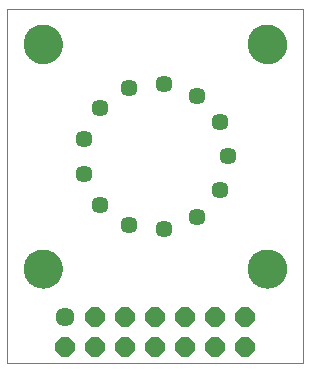
<source format=gts>
G75*
%MOIN*%
%OFA0B0*%
%FSLAX25Y25*%
%IPPOS*%
%LPD*%
%AMOC8*
5,1,8,0,0,1.08239X$1,22.5*
%
%ADD10C,0.00000*%
%ADD11C,0.12998*%
%ADD12C,0.05707*%
%ADD13C,0.06337*%
%ADD14OC8,0.06337*%
D10*
X0001000Y0010264D02*
X0001000Y0128374D01*
X0099425Y0128374D01*
X0099425Y0010264D01*
X0001000Y0010264D01*
X0006512Y0041760D02*
X0006514Y0041918D01*
X0006520Y0042076D01*
X0006530Y0042234D01*
X0006544Y0042392D01*
X0006562Y0042549D01*
X0006583Y0042706D01*
X0006609Y0042862D01*
X0006639Y0043018D01*
X0006672Y0043173D01*
X0006710Y0043326D01*
X0006751Y0043479D01*
X0006796Y0043631D01*
X0006845Y0043782D01*
X0006898Y0043931D01*
X0006954Y0044079D01*
X0007014Y0044225D01*
X0007078Y0044370D01*
X0007146Y0044513D01*
X0007217Y0044655D01*
X0007291Y0044795D01*
X0007369Y0044932D01*
X0007451Y0045068D01*
X0007535Y0045202D01*
X0007624Y0045333D01*
X0007715Y0045462D01*
X0007810Y0045589D01*
X0007907Y0045714D01*
X0008008Y0045836D01*
X0008112Y0045955D01*
X0008219Y0046072D01*
X0008329Y0046186D01*
X0008442Y0046297D01*
X0008557Y0046406D01*
X0008675Y0046511D01*
X0008796Y0046613D01*
X0008919Y0046713D01*
X0009045Y0046809D01*
X0009173Y0046902D01*
X0009303Y0046992D01*
X0009436Y0047078D01*
X0009571Y0047162D01*
X0009707Y0047241D01*
X0009846Y0047318D01*
X0009987Y0047390D01*
X0010129Y0047460D01*
X0010273Y0047525D01*
X0010419Y0047587D01*
X0010566Y0047645D01*
X0010715Y0047700D01*
X0010865Y0047751D01*
X0011016Y0047798D01*
X0011168Y0047841D01*
X0011321Y0047880D01*
X0011476Y0047916D01*
X0011631Y0047947D01*
X0011787Y0047975D01*
X0011943Y0047999D01*
X0012100Y0048019D01*
X0012258Y0048035D01*
X0012415Y0048047D01*
X0012574Y0048055D01*
X0012732Y0048059D01*
X0012890Y0048059D01*
X0013048Y0048055D01*
X0013207Y0048047D01*
X0013364Y0048035D01*
X0013522Y0048019D01*
X0013679Y0047999D01*
X0013835Y0047975D01*
X0013991Y0047947D01*
X0014146Y0047916D01*
X0014301Y0047880D01*
X0014454Y0047841D01*
X0014606Y0047798D01*
X0014757Y0047751D01*
X0014907Y0047700D01*
X0015056Y0047645D01*
X0015203Y0047587D01*
X0015349Y0047525D01*
X0015493Y0047460D01*
X0015635Y0047390D01*
X0015776Y0047318D01*
X0015915Y0047241D01*
X0016051Y0047162D01*
X0016186Y0047078D01*
X0016319Y0046992D01*
X0016449Y0046902D01*
X0016577Y0046809D01*
X0016703Y0046713D01*
X0016826Y0046613D01*
X0016947Y0046511D01*
X0017065Y0046406D01*
X0017180Y0046297D01*
X0017293Y0046186D01*
X0017403Y0046072D01*
X0017510Y0045955D01*
X0017614Y0045836D01*
X0017715Y0045714D01*
X0017812Y0045589D01*
X0017907Y0045462D01*
X0017998Y0045333D01*
X0018087Y0045202D01*
X0018171Y0045068D01*
X0018253Y0044932D01*
X0018331Y0044795D01*
X0018405Y0044655D01*
X0018476Y0044513D01*
X0018544Y0044370D01*
X0018608Y0044225D01*
X0018668Y0044079D01*
X0018724Y0043931D01*
X0018777Y0043782D01*
X0018826Y0043631D01*
X0018871Y0043479D01*
X0018912Y0043326D01*
X0018950Y0043173D01*
X0018983Y0043018D01*
X0019013Y0042862D01*
X0019039Y0042706D01*
X0019060Y0042549D01*
X0019078Y0042392D01*
X0019092Y0042234D01*
X0019102Y0042076D01*
X0019108Y0041918D01*
X0019110Y0041760D01*
X0019108Y0041602D01*
X0019102Y0041444D01*
X0019092Y0041286D01*
X0019078Y0041128D01*
X0019060Y0040971D01*
X0019039Y0040814D01*
X0019013Y0040658D01*
X0018983Y0040502D01*
X0018950Y0040347D01*
X0018912Y0040194D01*
X0018871Y0040041D01*
X0018826Y0039889D01*
X0018777Y0039738D01*
X0018724Y0039589D01*
X0018668Y0039441D01*
X0018608Y0039295D01*
X0018544Y0039150D01*
X0018476Y0039007D01*
X0018405Y0038865D01*
X0018331Y0038725D01*
X0018253Y0038588D01*
X0018171Y0038452D01*
X0018087Y0038318D01*
X0017998Y0038187D01*
X0017907Y0038058D01*
X0017812Y0037931D01*
X0017715Y0037806D01*
X0017614Y0037684D01*
X0017510Y0037565D01*
X0017403Y0037448D01*
X0017293Y0037334D01*
X0017180Y0037223D01*
X0017065Y0037114D01*
X0016947Y0037009D01*
X0016826Y0036907D01*
X0016703Y0036807D01*
X0016577Y0036711D01*
X0016449Y0036618D01*
X0016319Y0036528D01*
X0016186Y0036442D01*
X0016051Y0036358D01*
X0015915Y0036279D01*
X0015776Y0036202D01*
X0015635Y0036130D01*
X0015493Y0036060D01*
X0015349Y0035995D01*
X0015203Y0035933D01*
X0015056Y0035875D01*
X0014907Y0035820D01*
X0014757Y0035769D01*
X0014606Y0035722D01*
X0014454Y0035679D01*
X0014301Y0035640D01*
X0014146Y0035604D01*
X0013991Y0035573D01*
X0013835Y0035545D01*
X0013679Y0035521D01*
X0013522Y0035501D01*
X0013364Y0035485D01*
X0013207Y0035473D01*
X0013048Y0035465D01*
X0012890Y0035461D01*
X0012732Y0035461D01*
X0012574Y0035465D01*
X0012415Y0035473D01*
X0012258Y0035485D01*
X0012100Y0035501D01*
X0011943Y0035521D01*
X0011787Y0035545D01*
X0011631Y0035573D01*
X0011476Y0035604D01*
X0011321Y0035640D01*
X0011168Y0035679D01*
X0011016Y0035722D01*
X0010865Y0035769D01*
X0010715Y0035820D01*
X0010566Y0035875D01*
X0010419Y0035933D01*
X0010273Y0035995D01*
X0010129Y0036060D01*
X0009987Y0036130D01*
X0009846Y0036202D01*
X0009707Y0036279D01*
X0009571Y0036358D01*
X0009436Y0036442D01*
X0009303Y0036528D01*
X0009173Y0036618D01*
X0009045Y0036711D01*
X0008919Y0036807D01*
X0008796Y0036907D01*
X0008675Y0037009D01*
X0008557Y0037114D01*
X0008442Y0037223D01*
X0008329Y0037334D01*
X0008219Y0037448D01*
X0008112Y0037565D01*
X0008008Y0037684D01*
X0007907Y0037806D01*
X0007810Y0037931D01*
X0007715Y0038058D01*
X0007624Y0038187D01*
X0007535Y0038318D01*
X0007451Y0038452D01*
X0007369Y0038588D01*
X0007291Y0038725D01*
X0007217Y0038865D01*
X0007146Y0039007D01*
X0007078Y0039150D01*
X0007014Y0039295D01*
X0006954Y0039441D01*
X0006898Y0039589D01*
X0006845Y0039738D01*
X0006796Y0039889D01*
X0006751Y0040041D01*
X0006710Y0040194D01*
X0006672Y0040347D01*
X0006639Y0040502D01*
X0006609Y0040658D01*
X0006583Y0040814D01*
X0006562Y0040971D01*
X0006544Y0041128D01*
X0006530Y0041286D01*
X0006520Y0041444D01*
X0006514Y0041602D01*
X0006512Y0041760D01*
X0006512Y0116563D02*
X0006514Y0116721D01*
X0006520Y0116879D01*
X0006530Y0117037D01*
X0006544Y0117195D01*
X0006562Y0117352D01*
X0006583Y0117509D01*
X0006609Y0117665D01*
X0006639Y0117821D01*
X0006672Y0117976D01*
X0006710Y0118129D01*
X0006751Y0118282D01*
X0006796Y0118434D01*
X0006845Y0118585D01*
X0006898Y0118734D01*
X0006954Y0118882D01*
X0007014Y0119028D01*
X0007078Y0119173D01*
X0007146Y0119316D01*
X0007217Y0119458D01*
X0007291Y0119598D01*
X0007369Y0119735D01*
X0007451Y0119871D01*
X0007535Y0120005D01*
X0007624Y0120136D01*
X0007715Y0120265D01*
X0007810Y0120392D01*
X0007907Y0120517D01*
X0008008Y0120639D01*
X0008112Y0120758D01*
X0008219Y0120875D01*
X0008329Y0120989D01*
X0008442Y0121100D01*
X0008557Y0121209D01*
X0008675Y0121314D01*
X0008796Y0121416D01*
X0008919Y0121516D01*
X0009045Y0121612D01*
X0009173Y0121705D01*
X0009303Y0121795D01*
X0009436Y0121881D01*
X0009571Y0121965D01*
X0009707Y0122044D01*
X0009846Y0122121D01*
X0009987Y0122193D01*
X0010129Y0122263D01*
X0010273Y0122328D01*
X0010419Y0122390D01*
X0010566Y0122448D01*
X0010715Y0122503D01*
X0010865Y0122554D01*
X0011016Y0122601D01*
X0011168Y0122644D01*
X0011321Y0122683D01*
X0011476Y0122719D01*
X0011631Y0122750D01*
X0011787Y0122778D01*
X0011943Y0122802D01*
X0012100Y0122822D01*
X0012258Y0122838D01*
X0012415Y0122850D01*
X0012574Y0122858D01*
X0012732Y0122862D01*
X0012890Y0122862D01*
X0013048Y0122858D01*
X0013207Y0122850D01*
X0013364Y0122838D01*
X0013522Y0122822D01*
X0013679Y0122802D01*
X0013835Y0122778D01*
X0013991Y0122750D01*
X0014146Y0122719D01*
X0014301Y0122683D01*
X0014454Y0122644D01*
X0014606Y0122601D01*
X0014757Y0122554D01*
X0014907Y0122503D01*
X0015056Y0122448D01*
X0015203Y0122390D01*
X0015349Y0122328D01*
X0015493Y0122263D01*
X0015635Y0122193D01*
X0015776Y0122121D01*
X0015915Y0122044D01*
X0016051Y0121965D01*
X0016186Y0121881D01*
X0016319Y0121795D01*
X0016449Y0121705D01*
X0016577Y0121612D01*
X0016703Y0121516D01*
X0016826Y0121416D01*
X0016947Y0121314D01*
X0017065Y0121209D01*
X0017180Y0121100D01*
X0017293Y0120989D01*
X0017403Y0120875D01*
X0017510Y0120758D01*
X0017614Y0120639D01*
X0017715Y0120517D01*
X0017812Y0120392D01*
X0017907Y0120265D01*
X0017998Y0120136D01*
X0018087Y0120005D01*
X0018171Y0119871D01*
X0018253Y0119735D01*
X0018331Y0119598D01*
X0018405Y0119458D01*
X0018476Y0119316D01*
X0018544Y0119173D01*
X0018608Y0119028D01*
X0018668Y0118882D01*
X0018724Y0118734D01*
X0018777Y0118585D01*
X0018826Y0118434D01*
X0018871Y0118282D01*
X0018912Y0118129D01*
X0018950Y0117976D01*
X0018983Y0117821D01*
X0019013Y0117665D01*
X0019039Y0117509D01*
X0019060Y0117352D01*
X0019078Y0117195D01*
X0019092Y0117037D01*
X0019102Y0116879D01*
X0019108Y0116721D01*
X0019110Y0116563D01*
X0019108Y0116405D01*
X0019102Y0116247D01*
X0019092Y0116089D01*
X0019078Y0115931D01*
X0019060Y0115774D01*
X0019039Y0115617D01*
X0019013Y0115461D01*
X0018983Y0115305D01*
X0018950Y0115150D01*
X0018912Y0114997D01*
X0018871Y0114844D01*
X0018826Y0114692D01*
X0018777Y0114541D01*
X0018724Y0114392D01*
X0018668Y0114244D01*
X0018608Y0114098D01*
X0018544Y0113953D01*
X0018476Y0113810D01*
X0018405Y0113668D01*
X0018331Y0113528D01*
X0018253Y0113391D01*
X0018171Y0113255D01*
X0018087Y0113121D01*
X0017998Y0112990D01*
X0017907Y0112861D01*
X0017812Y0112734D01*
X0017715Y0112609D01*
X0017614Y0112487D01*
X0017510Y0112368D01*
X0017403Y0112251D01*
X0017293Y0112137D01*
X0017180Y0112026D01*
X0017065Y0111917D01*
X0016947Y0111812D01*
X0016826Y0111710D01*
X0016703Y0111610D01*
X0016577Y0111514D01*
X0016449Y0111421D01*
X0016319Y0111331D01*
X0016186Y0111245D01*
X0016051Y0111161D01*
X0015915Y0111082D01*
X0015776Y0111005D01*
X0015635Y0110933D01*
X0015493Y0110863D01*
X0015349Y0110798D01*
X0015203Y0110736D01*
X0015056Y0110678D01*
X0014907Y0110623D01*
X0014757Y0110572D01*
X0014606Y0110525D01*
X0014454Y0110482D01*
X0014301Y0110443D01*
X0014146Y0110407D01*
X0013991Y0110376D01*
X0013835Y0110348D01*
X0013679Y0110324D01*
X0013522Y0110304D01*
X0013364Y0110288D01*
X0013207Y0110276D01*
X0013048Y0110268D01*
X0012890Y0110264D01*
X0012732Y0110264D01*
X0012574Y0110268D01*
X0012415Y0110276D01*
X0012258Y0110288D01*
X0012100Y0110304D01*
X0011943Y0110324D01*
X0011787Y0110348D01*
X0011631Y0110376D01*
X0011476Y0110407D01*
X0011321Y0110443D01*
X0011168Y0110482D01*
X0011016Y0110525D01*
X0010865Y0110572D01*
X0010715Y0110623D01*
X0010566Y0110678D01*
X0010419Y0110736D01*
X0010273Y0110798D01*
X0010129Y0110863D01*
X0009987Y0110933D01*
X0009846Y0111005D01*
X0009707Y0111082D01*
X0009571Y0111161D01*
X0009436Y0111245D01*
X0009303Y0111331D01*
X0009173Y0111421D01*
X0009045Y0111514D01*
X0008919Y0111610D01*
X0008796Y0111710D01*
X0008675Y0111812D01*
X0008557Y0111917D01*
X0008442Y0112026D01*
X0008329Y0112137D01*
X0008219Y0112251D01*
X0008112Y0112368D01*
X0008008Y0112487D01*
X0007907Y0112609D01*
X0007810Y0112734D01*
X0007715Y0112861D01*
X0007624Y0112990D01*
X0007535Y0113121D01*
X0007451Y0113255D01*
X0007369Y0113391D01*
X0007291Y0113528D01*
X0007217Y0113668D01*
X0007146Y0113810D01*
X0007078Y0113953D01*
X0007014Y0114098D01*
X0006954Y0114244D01*
X0006898Y0114392D01*
X0006845Y0114541D01*
X0006796Y0114692D01*
X0006751Y0114844D01*
X0006710Y0114997D01*
X0006672Y0115150D01*
X0006639Y0115305D01*
X0006609Y0115461D01*
X0006583Y0115617D01*
X0006562Y0115774D01*
X0006544Y0115931D01*
X0006530Y0116089D01*
X0006520Y0116247D01*
X0006514Y0116405D01*
X0006512Y0116563D01*
X0081315Y0116563D02*
X0081317Y0116721D01*
X0081323Y0116879D01*
X0081333Y0117037D01*
X0081347Y0117195D01*
X0081365Y0117352D01*
X0081386Y0117509D01*
X0081412Y0117665D01*
X0081442Y0117821D01*
X0081475Y0117976D01*
X0081513Y0118129D01*
X0081554Y0118282D01*
X0081599Y0118434D01*
X0081648Y0118585D01*
X0081701Y0118734D01*
X0081757Y0118882D01*
X0081817Y0119028D01*
X0081881Y0119173D01*
X0081949Y0119316D01*
X0082020Y0119458D01*
X0082094Y0119598D01*
X0082172Y0119735D01*
X0082254Y0119871D01*
X0082338Y0120005D01*
X0082427Y0120136D01*
X0082518Y0120265D01*
X0082613Y0120392D01*
X0082710Y0120517D01*
X0082811Y0120639D01*
X0082915Y0120758D01*
X0083022Y0120875D01*
X0083132Y0120989D01*
X0083245Y0121100D01*
X0083360Y0121209D01*
X0083478Y0121314D01*
X0083599Y0121416D01*
X0083722Y0121516D01*
X0083848Y0121612D01*
X0083976Y0121705D01*
X0084106Y0121795D01*
X0084239Y0121881D01*
X0084374Y0121965D01*
X0084510Y0122044D01*
X0084649Y0122121D01*
X0084790Y0122193D01*
X0084932Y0122263D01*
X0085076Y0122328D01*
X0085222Y0122390D01*
X0085369Y0122448D01*
X0085518Y0122503D01*
X0085668Y0122554D01*
X0085819Y0122601D01*
X0085971Y0122644D01*
X0086124Y0122683D01*
X0086279Y0122719D01*
X0086434Y0122750D01*
X0086590Y0122778D01*
X0086746Y0122802D01*
X0086903Y0122822D01*
X0087061Y0122838D01*
X0087218Y0122850D01*
X0087377Y0122858D01*
X0087535Y0122862D01*
X0087693Y0122862D01*
X0087851Y0122858D01*
X0088010Y0122850D01*
X0088167Y0122838D01*
X0088325Y0122822D01*
X0088482Y0122802D01*
X0088638Y0122778D01*
X0088794Y0122750D01*
X0088949Y0122719D01*
X0089104Y0122683D01*
X0089257Y0122644D01*
X0089409Y0122601D01*
X0089560Y0122554D01*
X0089710Y0122503D01*
X0089859Y0122448D01*
X0090006Y0122390D01*
X0090152Y0122328D01*
X0090296Y0122263D01*
X0090438Y0122193D01*
X0090579Y0122121D01*
X0090718Y0122044D01*
X0090854Y0121965D01*
X0090989Y0121881D01*
X0091122Y0121795D01*
X0091252Y0121705D01*
X0091380Y0121612D01*
X0091506Y0121516D01*
X0091629Y0121416D01*
X0091750Y0121314D01*
X0091868Y0121209D01*
X0091983Y0121100D01*
X0092096Y0120989D01*
X0092206Y0120875D01*
X0092313Y0120758D01*
X0092417Y0120639D01*
X0092518Y0120517D01*
X0092615Y0120392D01*
X0092710Y0120265D01*
X0092801Y0120136D01*
X0092890Y0120005D01*
X0092974Y0119871D01*
X0093056Y0119735D01*
X0093134Y0119598D01*
X0093208Y0119458D01*
X0093279Y0119316D01*
X0093347Y0119173D01*
X0093411Y0119028D01*
X0093471Y0118882D01*
X0093527Y0118734D01*
X0093580Y0118585D01*
X0093629Y0118434D01*
X0093674Y0118282D01*
X0093715Y0118129D01*
X0093753Y0117976D01*
X0093786Y0117821D01*
X0093816Y0117665D01*
X0093842Y0117509D01*
X0093863Y0117352D01*
X0093881Y0117195D01*
X0093895Y0117037D01*
X0093905Y0116879D01*
X0093911Y0116721D01*
X0093913Y0116563D01*
X0093911Y0116405D01*
X0093905Y0116247D01*
X0093895Y0116089D01*
X0093881Y0115931D01*
X0093863Y0115774D01*
X0093842Y0115617D01*
X0093816Y0115461D01*
X0093786Y0115305D01*
X0093753Y0115150D01*
X0093715Y0114997D01*
X0093674Y0114844D01*
X0093629Y0114692D01*
X0093580Y0114541D01*
X0093527Y0114392D01*
X0093471Y0114244D01*
X0093411Y0114098D01*
X0093347Y0113953D01*
X0093279Y0113810D01*
X0093208Y0113668D01*
X0093134Y0113528D01*
X0093056Y0113391D01*
X0092974Y0113255D01*
X0092890Y0113121D01*
X0092801Y0112990D01*
X0092710Y0112861D01*
X0092615Y0112734D01*
X0092518Y0112609D01*
X0092417Y0112487D01*
X0092313Y0112368D01*
X0092206Y0112251D01*
X0092096Y0112137D01*
X0091983Y0112026D01*
X0091868Y0111917D01*
X0091750Y0111812D01*
X0091629Y0111710D01*
X0091506Y0111610D01*
X0091380Y0111514D01*
X0091252Y0111421D01*
X0091122Y0111331D01*
X0090989Y0111245D01*
X0090854Y0111161D01*
X0090718Y0111082D01*
X0090579Y0111005D01*
X0090438Y0110933D01*
X0090296Y0110863D01*
X0090152Y0110798D01*
X0090006Y0110736D01*
X0089859Y0110678D01*
X0089710Y0110623D01*
X0089560Y0110572D01*
X0089409Y0110525D01*
X0089257Y0110482D01*
X0089104Y0110443D01*
X0088949Y0110407D01*
X0088794Y0110376D01*
X0088638Y0110348D01*
X0088482Y0110324D01*
X0088325Y0110304D01*
X0088167Y0110288D01*
X0088010Y0110276D01*
X0087851Y0110268D01*
X0087693Y0110264D01*
X0087535Y0110264D01*
X0087377Y0110268D01*
X0087218Y0110276D01*
X0087061Y0110288D01*
X0086903Y0110304D01*
X0086746Y0110324D01*
X0086590Y0110348D01*
X0086434Y0110376D01*
X0086279Y0110407D01*
X0086124Y0110443D01*
X0085971Y0110482D01*
X0085819Y0110525D01*
X0085668Y0110572D01*
X0085518Y0110623D01*
X0085369Y0110678D01*
X0085222Y0110736D01*
X0085076Y0110798D01*
X0084932Y0110863D01*
X0084790Y0110933D01*
X0084649Y0111005D01*
X0084510Y0111082D01*
X0084374Y0111161D01*
X0084239Y0111245D01*
X0084106Y0111331D01*
X0083976Y0111421D01*
X0083848Y0111514D01*
X0083722Y0111610D01*
X0083599Y0111710D01*
X0083478Y0111812D01*
X0083360Y0111917D01*
X0083245Y0112026D01*
X0083132Y0112137D01*
X0083022Y0112251D01*
X0082915Y0112368D01*
X0082811Y0112487D01*
X0082710Y0112609D01*
X0082613Y0112734D01*
X0082518Y0112861D01*
X0082427Y0112990D01*
X0082338Y0113121D01*
X0082254Y0113255D01*
X0082172Y0113391D01*
X0082094Y0113528D01*
X0082020Y0113668D01*
X0081949Y0113810D01*
X0081881Y0113953D01*
X0081817Y0114098D01*
X0081757Y0114244D01*
X0081701Y0114392D01*
X0081648Y0114541D01*
X0081599Y0114692D01*
X0081554Y0114844D01*
X0081513Y0114997D01*
X0081475Y0115150D01*
X0081442Y0115305D01*
X0081412Y0115461D01*
X0081386Y0115617D01*
X0081365Y0115774D01*
X0081347Y0115931D01*
X0081333Y0116089D01*
X0081323Y0116247D01*
X0081317Y0116405D01*
X0081315Y0116563D01*
X0081315Y0041760D02*
X0081317Y0041918D01*
X0081323Y0042076D01*
X0081333Y0042234D01*
X0081347Y0042392D01*
X0081365Y0042549D01*
X0081386Y0042706D01*
X0081412Y0042862D01*
X0081442Y0043018D01*
X0081475Y0043173D01*
X0081513Y0043326D01*
X0081554Y0043479D01*
X0081599Y0043631D01*
X0081648Y0043782D01*
X0081701Y0043931D01*
X0081757Y0044079D01*
X0081817Y0044225D01*
X0081881Y0044370D01*
X0081949Y0044513D01*
X0082020Y0044655D01*
X0082094Y0044795D01*
X0082172Y0044932D01*
X0082254Y0045068D01*
X0082338Y0045202D01*
X0082427Y0045333D01*
X0082518Y0045462D01*
X0082613Y0045589D01*
X0082710Y0045714D01*
X0082811Y0045836D01*
X0082915Y0045955D01*
X0083022Y0046072D01*
X0083132Y0046186D01*
X0083245Y0046297D01*
X0083360Y0046406D01*
X0083478Y0046511D01*
X0083599Y0046613D01*
X0083722Y0046713D01*
X0083848Y0046809D01*
X0083976Y0046902D01*
X0084106Y0046992D01*
X0084239Y0047078D01*
X0084374Y0047162D01*
X0084510Y0047241D01*
X0084649Y0047318D01*
X0084790Y0047390D01*
X0084932Y0047460D01*
X0085076Y0047525D01*
X0085222Y0047587D01*
X0085369Y0047645D01*
X0085518Y0047700D01*
X0085668Y0047751D01*
X0085819Y0047798D01*
X0085971Y0047841D01*
X0086124Y0047880D01*
X0086279Y0047916D01*
X0086434Y0047947D01*
X0086590Y0047975D01*
X0086746Y0047999D01*
X0086903Y0048019D01*
X0087061Y0048035D01*
X0087218Y0048047D01*
X0087377Y0048055D01*
X0087535Y0048059D01*
X0087693Y0048059D01*
X0087851Y0048055D01*
X0088010Y0048047D01*
X0088167Y0048035D01*
X0088325Y0048019D01*
X0088482Y0047999D01*
X0088638Y0047975D01*
X0088794Y0047947D01*
X0088949Y0047916D01*
X0089104Y0047880D01*
X0089257Y0047841D01*
X0089409Y0047798D01*
X0089560Y0047751D01*
X0089710Y0047700D01*
X0089859Y0047645D01*
X0090006Y0047587D01*
X0090152Y0047525D01*
X0090296Y0047460D01*
X0090438Y0047390D01*
X0090579Y0047318D01*
X0090718Y0047241D01*
X0090854Y0047162D01*
X0090989Y0047078D01*
X0091122Y0046992D01*
X0091252Y0046902D01*
X0091380Y0046809D01*
X0091506Y0046713D01*
X0091629Y0046613D01*
X0091750Y0046511D01*
X0091868Y0046406D01*
X0091983Y0046297D01*
X0092096Y0046186D01*
X0092206Y0046072D01*
X0092313Y0045955D01*
X0092417Y0045836D01*
X0092518Y0045714D01*
X0092615Y0045589D01*
X0092710Y0045462D01*
X0092801Y0045333D01*
X0092890Y0045202D01*
X0092974Y0045068D01*
X0093056Y0044932D01*
X0093134Y0044795D01*
X0093208Y0044655D01*
X0093279Y0044513D01*
X0093347Y0044370D01*
X0093411Y0044225D01*
X0093471Y0044079D01*
X0093527Y0043931D01*
X0093580Y0043782D01*
X0093629Y0043631D01*
X0093674Y0043479D01*
X0093715Y0043326D01*
X0093753Y0043173D01*
X0093786Y0043018D01*
X0093816Y0042862D01*
X0093842Y0042706D01*
X0093863Y0042549D01*
X0093881Y0042392D01*
X0093895Y0042234D01*
X0093905Y0042076D01*
X0093911Y0041918D01*
X0093913Y0041760D01*
X0093911Y0041602D01*
X0093905Y0041444D01*
X0093895Y0041286D01*
X0093881Y0041128D01*
X0093863Y0040971D01*
X0093842Y0040814D01*
X0093816Y0040658D01*
X0093786Y0040502D01*
X0093753Y0040347D01*
X0093715Y0040194D01*
X0093674Y0040041D01*
X0093629Y0039889D01*
X0093580Y0039738D01*
X0093527Y0039589D01*
X0093471Y0039441D01*
X0093411Y0039295D01*
X0093347Y0039150D01*
X0093279Y0039007D01*
X0093208Y0038865D01*
X0093134Y0038725D01*
X0093056Y0038588D01*
X0092974Y0038452D01*
X0092890Y0038318D01*
X0092801Y0038187D01*
X0092710Y0038058D01*
X0092615Y0037931D01*
X0092518Y0037806D01*
X0092417Y0037684D01*
X0092313Y0037565D01*
X0092206Y0037448D01*
X0092096Y0037334D01*
X0091983Y0037223D01*
X0091868Y0037114D01*
X0091750Y0037009D01*
X0091629Y0036907D01*
X0091506Y0036807D01*
X0091380Y0036711D01*
X0091252Y0036618D01*
X0091122Y0036528D01*
X0090989Y0036442D01*
X0090854Y0036358D01*
X0090718Y0036279D01*
X0090579Y0036202D01*
X0090438Y0036130D01*
X0090296Y0036060D01*
X0090152Y0035995D01*
X0090006Y0035933D01*
X0089859Y0035875D01*
X0089710Y0035820D01*
X0089560Y0035769D01*
X0089409Y0035722D01*
X0089257Y0035679D01*
X0089104Y0035640D01*
X0088949Y0035604D01*
X0088794Y0035573D01*
X0088638Y0035545D01*
X0088482Y0035521D01*
X0088325Y0035501D01*
X0088167Y0035485D01*
X0088010Y0035473D01*
X0087851Y0035465D01*
X0087693Y0035461D01*
X0087535Y0035461D01*
X0087377Y0035465D01*
X0087218Y0035473D01*
X0087061Y0035485D01*
X0086903Y0035501D01*
X0086746Y0035521D01*
X0086590Y0035545D01*
X0086434Y0035573D01*
X0086279Y0035604D01*
X0086124Y0035640D01*
X0085971Y0035679D01*
X0085819Y0035722D01*
X0085668Y0035769D01*
X0085518Y0035820D01*
X0085369Y0035875D01*
X0085222Y0035933D01*
X0085076Y0035995D01*
X0084932Y0036060D01*
X0084790Y0036130D01*
X0084649Y0036202D01*
X0084510Y0036279D01*
X0084374Y0036358D01*
X0084239Y0036442D01*
X0084106Y0036528D01*
X0083976Y0036618D01*
X0083848Y0036711D01*
X0083722Y0036807D01*
X0083599Y0036907D01*
X0083478Y0037009D01*
X0083360Y0037114D01*
X0083245Y0037223D01*
X0083132Y0037334D01*
X0083022Y0037448D01*
X0082915Y0037565D01*
X0082811Y0037684D01*
X0082710Y0037806D01*
X0082613Y0037931D01*
X0082518Y0038058D01*
X0082427Y0038187D01*
X0082338Y0038318D01*
X0082254Y0038452D01*
X0082172Y0038588D01*
X0082094Y0038725D01*
X0082020Y0038865D01*
X0081949Y0039007D01*
X0081881Y0039150D01*
X0081817Y0039295D01*
X0081757Y0039441D01*
X0081701Y0039589D01*
X0081648Y0039738D01*
X0081599Y0039889D01*
X0081554Y0040041D01*
X0081513Y0040194D01*
X0081475Y0040347D01*
X0081442Y0040502D01*
X0081412Y0040658D01*
X0081386Y0040814D01*
X0081365Y0040971D01*
X0081347Y0041128D01*
X0081333Y0041286D01*
X0081323Y0041444D01*
X0081317Y0041602D01*
X0081315Y0041760D01*
D11*
X0087614Y0041760D03*
X0087614Y0116563D03*
X0012811Y0116563D03*
X0012811Y0041760D03*
D12*
X0031972Y0063001D03*
X0026551Y0073330D03*
X0026551Y0084993D03*
X0031972Y0095322D03*
X0041571Y0101948D03*
X0053150Y0103354D03*
X0064056Y0099217D03*
X0071791Y0090487D03*
X0074582Y0079161D03*
X0071791Y0067836D03*
X0064056Y0059106D03*
X0053150Y0054969D03*
X0041571Y0056375D03*
D13*
X0020213Y0025500D03*
D14*
X0020213Y0015500D03*
X0030213Y0015500D03*
X0030213Y0025500D03*
X0040213Y0025500D03*
X0040213Y0015500D03*
X0050213Y0015500D03*
X0050213Y0025500D03*
X0060213Y0025500D03*
X0060213Y0015500D03*
X0070213Y0015500D03*
X0070213Y0025500D03*
X0080213Y0025500D03*
X0080213Y0015500D03*
M02*

</source>
